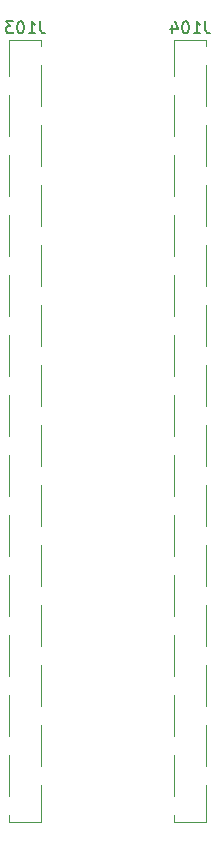
<source format=gbo>
G04 #@! TF.GenerationSoftware,KiCad,Pcbnew,9.0.6*
G04 #@! TF.CreationDate,2025-12-31T13:09:13-06:00*
G04 #@! TF.ProjectId,QFN-48_6x6,51464e2d-3438-45f3-9678-362e6b696361,rev?*
G04 #@! TF.SameCoordinates,Original*
G04 #@! TF.FileFunction,Legend,Bot*
G04 #@! TF.FilePolarity,Positive*
%FSLAX46Y46*%
G04 Gerber Fmt 4.6, Leading zero omitted, Abs format (unit mm)*
G04 Created by KiCad (PCBNEW 9.0.6) date 2025-12-31 13:09:13*
%MOMM*%
%LPD*%
G01*
G04 APERTURE LIST*
%ADD10C,0.150000*%
%ADD11C,0.120000*%
%ADD12C,1.700000*%
%ADD13R,2.510000X1.000000*%
G04 APERTURE END LIST*
D10*
X132729714Y-85974819D02*
X132729714Y-86689104D01*
X132729714Y-86689104D02*
X132777333Y-86831961D01*
X132777333Y-86831961D02*
X132872571Y-86927200D01*
X132872571Y-86927200D02*
X133015428Y-86974819D01*
X133015428Y-86974819D02*
X133110666Y-86974819D01*
X131729714Y-86974819D02*
X132301142Y-86974819D01*
X132015428Y-86974819D02*
X132015428Y-85974819D01*
X132015428Y-85974819D02*
X132110666Y-86117676D01*
X132110666Y-86117676D02*
X132205904Y-86212914D01*
X132205904Y-86212914D02*
X132301142Y-86260533D01*
X131110666Y-85974819D02*
X131015428Y-85974819D01*
X131015428Y-85974819D02*
X130920190Y-86022438D01*
X130920190Y-86022438D02*
X130872571Y-86070057D01*
X130872571Y-86070057D02*
X130824952Y-86165295D01*
X130824952Y-86165295D02*
X130777333Y-86355771D01*
X130777333Y-86355771D02*
X130777333Y-86593866D01*
X130777333Y-86593866D02*
X130824952Y-86784342D01*
X130824952Y-86784342D02*
X130872571Y-86879580D01*
X130872571Y-86879580D02*
X130920190Y-86927200D01*
X130920190Y-86927200D02*
X131015428Y-86974819D01*
X131015428Y-86974819D02*
X131110666Y-86974819D01*
X131110666Y-86974819D02*
X131205904Y-86927200D01*
X131205904Y-86927200D02*
X131253523Y-86879580D01*
X131253523Y-86879580D02*
X131301142Y-86784342D01*
X131301142Y-86784342D02*
X131348761Y-86593866D01*
X131348761Y-86593866D02*
X131348761Y-86355771D01*
X131348761Y-86355771D02*
X131301142Y-86165295D01*
X131301142Y-86165295D02*
X131253523Y-86070057D01*
X131253523Y-86070057D02*
X131205904Y-86022438D01*
X131205904Y-86022438D02*
X131110666Y-85974819D01*
X130443999Y-85974819D02*
X129824952Y-85974819D01*
X129824952Y-85974819D02*
X130158285Y-86355771D01*
X130158285Y-86355771D02*
X130015428Y-86355771D01*
X130015428Y-86355771D02*
X129920190Y-86403390D01*
X129920190Y-86403390D02*
X129872571Y-86451009D01*
X129872571Y-86451009D02*
X129824952Y-86546247D01*
X129824952Y-86546247D02*
X129824952Y-86784342D01*
X129824952Y-86784342D02*
X129872571Y-86879580D01*
X129872571Y-86879580D02*
X129920190Y-86927200D01*
X129920190Y-86927200D02*
X130015428Y-86974819D01*
X130015428Y-86974819D02*
X130301142Y-86974819D01*
X130301142Y-86974819D02*
X130396380Y-86927200D01*
X130396380Y-86927200D02*
X130443999Y-86879580D01*
X146701714Y-85974819D02*
X146701714Y-86689104D01*
X146701714Y-86689104D02*
X146749333Y-86831961D01*
X146749333Y-86831961D02*
X146844571Y-86927200D01*
X146844571Y-86927200D02*
X146987428Y-86974819D01*
X146987428Y-86974819D02*
X147082666Y-86974819D01*
X145701714Y-86974819D02*
X146273142Y-86974819D01*
X145987428Y-86974819D02*
X145987428Y-85974819D01*
X145987428Y-85974819D02*
X146082666Y-86117676D01*
X146082666Y-86117676D02*
X146177904Y-86212914D01*
X146177904Y-86212914D02*
X146273142Y-86260533D01*
X145082666Y-85974819D02*
X144987428Y-85974819D01*
X144987428Y-85974819D02*
X144892190Y-86022438D01*
X144892190Y-86022438D02*
X144844571Y-86070057D01*
X144844571Y-86070057D02*
X144796952Y-86165295D01*
X144796952Y-86165295D02*
X144749333Y-86355771D01*
X144749333Y-86355771D02*
X144749333Y-86593866D01*
X144749333Y-86593866D02*
X144796952Y-86784342D01*
X144796952Y-86784342D02*
X144844571Y-86879580D01*
X144844571Y-86879580D02*
X144892190Y-86927200D01*
X144892190Y-86927200D02*
X144987428Y-86974819D01*
X144987428Y-86974819D02*
X145082666Y-86974819D01*
X145082666Y-86974819D02*
X145177904Y-86927200D01*
X145177904Y-86927200D02*
X145225523Y-86879580D01*
X145225523Y-86879580D02*
X145273142Y-86784342D01*
X145273142Y-86784342D02*
X145320761Y-86593866D01*
X145320761Y-86593866D02*
X145320761Y-86355771D01*
X145320761Y-86355771D02*
X145273142Y-86165295D01*
X145273142Y-86165295D02*
X145225523Y-86070057D01*
X145225523Y-86070057D02*
X145177904Y-86022438D01*
X145177904Y-86022438D02*
X145082666Y-85974819D01*
X143892190Y-86308152D02*
X143892190Y-86974819D01*
X144130285Y-85927200D02*
X144368380Y-86641485D01*
X144368380Y-86641485D02*
X143749333Y-86641485D01*
D11*
X130064000Y-87520000D02*
X130064000Y-90630000D01*
X130064000Y-92250000D02*
X130064000Y-95710000D01*
X130064000Y-97330000D02*
X130064000Y-100790000D01*
X130064000Y-102410000D02*
X130064000Y-105870000D01*
X130064000Y-107490000D02*
X130064000Y-110950000D01*
X130064000Y-112570000D02*
X130064000Y-116030000D01*
X130064000Y-117650000D02*
X130064000Y-121110000D01*
X130064000Y-122730000D02*
X130064000Y-126190000D01*
X130064000Y-127810000D02*
X130064000Y-131270000D01*
X130064000Y-132890000D02*
X130064000Y-136350000D01*
X130064000Y-137970000D02*
X130064000Y-141430000D01*
X130064000Y-143050000D02*
X130064000Y-146510000D01*
X130064000Y-148130000D02*
X130064000Y-151590000D01*
X130064000Y-153210000D02*
X130064000Y-153780000D01*
X132824000Y-87520000D02*
X130064000Y-87520000D01*
X132824000Y-87520000D02*
X132824000Y-88090000D01*
X132824000Y-89710000D02*
X132824000Y-93170000D01*
X132824000Y-94790000D02*
X132824000Y-98250000D01*
X132824000Y-99870000D02*
X132824000Y-103330000D01*
X132824000Y-104950000D02*
X132824000Y-108410000D01*
X132824000Y-110030000D02*
X132824000Y-113490000D01*
X132824000Y-115110000D02*
X132824000Y-118570000D01*
X132824000Y-120190000D02*
X132824000Y-123650000D01*
X132824000Y-125270000D02*
X132824000Y-128730000D01*
X132824000Y-130350000D02*
X132824000Y-133810000D01*
X132824000Y-135430000D02*
X132824000Y-138890000D01*
X132824000Y-140510000D02*
X132824000Y-143970000D01*
X132824000Y-145590000D02*
X132824000Y-149050000D01*
X132824000Y-150670000D02*
X132824000Y-153780000D01*
X132824000Y-153780000D02*
X130064000Y-153780000D01*
X144036000Y-87520000D02*
X144036000Y-90630000D01*
X144036000Y-92250000D02*
X144036000Y-95710000D01*
X144036000Y-97330000D02*
X144036000Y-100790000D01*
X144036000Y-102410000D02*
X144036000Y-105870000D01*
X144036000Y-107490000D02*
X144036000Y-110950000D01*
X144036000Y-112570000D02*
X144036000Y-116030000D01*
X144036000Y-117650000D02*
X144036000Y-121110000D01*
X144036000Y-122730000D02*
X144036000Y-126190000D01*
X144036000Y-127810000D02*
X144036000Y-131270000D01*
X144036000Y-132890000D02*
X144036000Y-136350000D01*
X144036000Y-137970000D02*
X144036000Y-141430000D01*
X144036000Y-143050000D02*
X144036000Y-146510000D01*
X144036000Y-148130000D02*
X144036000Y-151590000D01*
X144036000Y-153210000D02*
X144036000Y-153780000D01*
X146796000Y-87520000D02*
X144036000Y-87520000D01*
X146796000Y-87520000D02*
X146796000Y-88090000D01*
X146796000Y-89710000D02*
X146796000Y-93170000D01*
X146796000Y-94790000D02*
X146796000Y-98250000D01*
X146796000Y-99870000D02*
X146796000Y-103330000D01*
X146796000Y-104950000D02*
X146796000Y-108410000D01*
X146796000Y-110030000D02*
X146796000Y-113490000D01*
X146796000Y-115110000D02*
X146796000Y-118570000D01*
X146796000Y-120190000D02*
X146796000Y-123650000D01*
X146796000Y-125270000D02*
X146796000Y-128730000D01*
X146796000Y-130350000D02*
X146796000Y-133810000D01*
X146796000Y-135430000D02*
X146796000Y-138890000D01*
X146796000Y-140510000D02*
X146796000Y-143970000D01*
X146796000Y-145590000D02*
X146796000Y-149050000D01*
X146796000Y-150670000D02*
X146796000Y-153780000D01*
X146796000Y-153780000D02*
X144036000Y-153780000D01*
%LPC*%
D12*
X127000000Y-88900000D03*
X127000000Y-91440000D03*
X127000000Y-93980000D03*
X127000000Y-96520000D03*
X127000000Y-99060000D03*
X127000000Y-101600000D03*
X127000000Y-104140000D03*
X127000000Y-106680000D03*
X127000000Y-109220000D03*
X127000000Y-111760000D03*
X127000000Y-114300000D03*
X127000000Y-116840000D03*
X127000000Y-119380000D03*
X127000000Y-121920000D03*
X127000000Y-124460000D03*
X127000000Y-127000000D03*
X127000000Y-129540000D03*
X127000000Y-132080000D03*
X127000000Y-134620000D03*
X127000000Y-137160000D03*
X127000000Y-139700000D03*
X127000000Y-142240000D03*
X127000000Y-144780000D03*
X127000000Y-147320000D03*
X127000000Y-149860000D03*
X127000000Y-152400000D03*
X149860000Y-88900000D03*
X149860000Y-91440000D03*
X149860000Y-93980000D03*
X149860000Y-96520000D03*
X149860000Y-99060000D03*
X149860000Y-101600000D03*
X149860000Y-104140000D03*
X149860000Y-106680000D03*
X149860000Y-109220000D03*
X149860000Y-111760000D03*
X149860000Y-114300000D03*
X149860000Y-116840000D03*
X149860000Y-119380000D03*
X149860000Y-121920000D03*
X149860000Y-124460000D03*
X149860000Y-127000000D03*
X149860000Y-129540000D03*
X149860000Y-132080000D03*
X149860000Y-134620000D03*
X149860000Y-137160000D03*
X149860000Y-139700000D03*
X149860000Y-142240000D03*
X149860000Y-144780000D03*
X149860000Y-147320000D03*
X149860000Y-149860000D03*
X149860000Y-152400000D03*
D13*
X133099000Y-88900000D03*
X129789000Y-91440000D03*
X133099000Y-93980000D03*
X129789000Y-96520000D03*
X133099000Y-99060000D03*
X129789000Y-101600000D03*
X133099000Y-104140000D03*
X129789000Y-106680000D03*
X133099000Y-109220000D03*
X129789000Y-111760000D03*
X133099000Y-114300000D03*
X129789000Y-116840000D03*
X133099000Y-119380000D03*
X129789000Y-121920000D03*
X133099000Y-124460000D03*
X129789000Y-127000000D03*
X133099000Y-129540000D03*
X129789000Y-132080000D03*
X133099000Y-134620000D03*
X129789000Y-137160000D03*
X133099000Y-139700000D03*
X129789000Y-142240000D03*
X133099000Y-144780000D03*
X129789000Y-147320000D03*
X133099000Y-149860000D03*
X129789000Y-152400000D03*
X147071000Y-88900000D03*
X143761000Y-91440000D03*
X147071000Y-93980000D03*
X143761000Y-96520000D03*
X147071000Y-99060000D03*
X143761000Y-101600000D03*
X147071000Y-104140000D03*
X143761000Y-106680000D03*
X147071000Y-109220000D03*
X143761000Y-111760000D03*
X147071000Y-114300000D03*
X143761000Y-116840000D03*
X147071000Y-119380000D03*
X143761000Y-121920000D03*
X147071000Y-124460000D03*
X143761000Y-127000000D03*
X147071000Y-129540000D03*
X143761000Y-132080000D03*
X147071000Y-134620000D03*
X143761000Y-137160000D03*
X147071000Y-139700000D03*
X143761000Y-142240000D03*
X147071000Y-144780000D03*
X143761000Y-147320000D03*
X147071000Y-149860000D03*
X143761000Y-152400000D03*
%LPD*%
M02*

</source>
